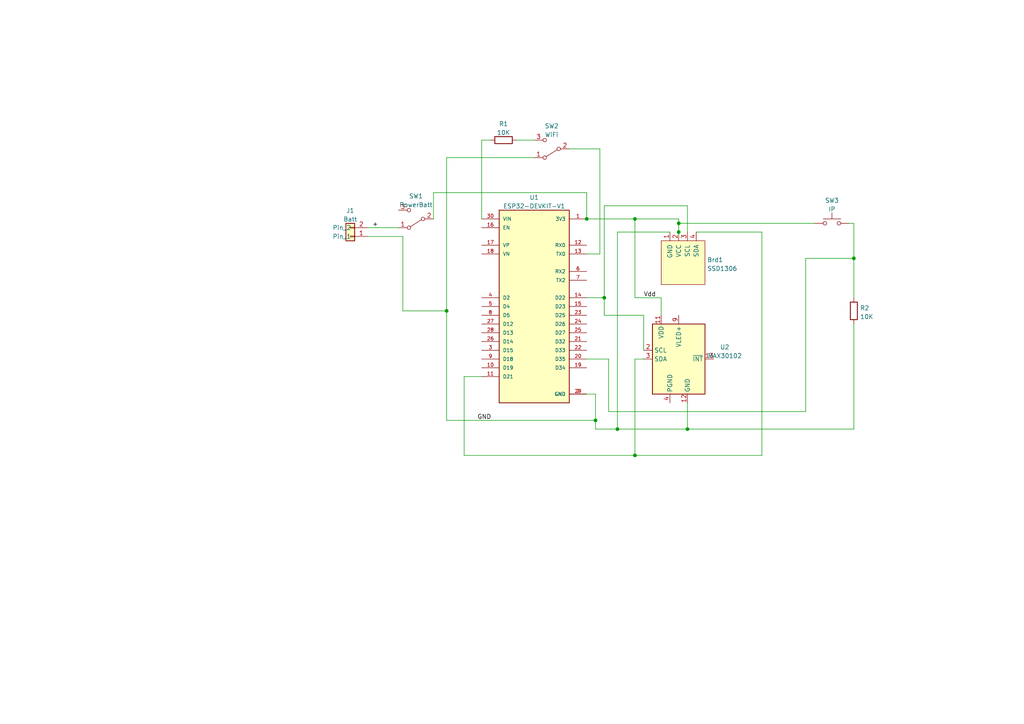
<source format=kicad_sch>
(kicad_sch (version 20211123) (generator eeschema)

  (uuid 0f4832f2-8719-4e9f-9b23-f36336f19aa8)

  (paper "A4")

  (lib_symbols
    (symbol "Connector_Generic:Conn_01x02" (pin_names (offset 1.016)) (in_bom yes) (on_board yes)
      (property "Reference" "J" (id 0) (at 0 2.54 0)
        (effects (font (size 1.27 1.27)))
      )
      (property "Value" "Conn_01x02" (id 1) (at 0 -5.08 0)
        (effects (font (size 1.27 1.27)))
      )
      (property "Footprint" "" (id 2) (at 0 0 0)
        (effects (font (size 1.27 1.27)) hide)
      )
      (property "Datasheet" "~" (id 3) (at 0 0 0)
        (effects (font (size 1.27 1.27)) hide)
      )
      (property "ki_keywords" "connector" (id 4) (at 0 0 0)
        (effects (font (size 1.27 1.27)) hide)
      )
      (property "ki_description" "Generic connector, single row, 01x02, script generated (kicad-library-utils/schlib/autogen/connector/)" (id 5) (at 0 0 0)
        (effects (font (size 1.27 1.27)) hide)
      )
      (property "ki_fp_filters" "Connector*:*_1x??_*" (id 6) (at 0 0 0)
        (effects (font (size 1.27 1.27)) hide)
      )
      (symbol "Conn_01x02_1_1"
        (rectangle (start -1.27 -2.413) (end 0 -2.667)
          (stroke (width 0.1524) (type default) (color 0 0 0 0))
          (fill (type none))
        )
        (rectangle (start -1.27 0.127) (end 0 -0.127)
          (stroke (width 0.1524) (type default) (color 0 0 0 0))
          (fill (type none))
        )
        (rectangle (start -1.27 1.27) (end 1.27 -3.81)
          (stroke (width 0.254) (type default) (color 0 0 0 0))
          (fill (type background))
        )
        (pin passive line (at -5.08 0 0) (length 3.81)
          (name "Pin_1" (effects (font (size 1.27 1.27))))
          (number "1" (effects (font (size 1.27 1.27))))
        )
        (pin passive line (at -5.08 -2.54 0) (length 3.81)
          (name "Pin_2" (effects (font (size 1.27 1.27))))
          (number "2" (effects (font (size 1.27 1.27))))
        )
      )
    )
    (symbol "Device:R" (pin_numbers hide) (pin_names (offset 0)) (in_bom yes) (on_board yes)
      (property "Reference" "R" (id 0) (at 2.032 0 90)
        (effects (font (size 1.27 1.27)))
      )
      (property "Value" "R" (id 1) (at 0 0 90)
        (effects (font (size 1.27 1.27)))
      )
      (property "Footprint" "" (id 2) (at -1.778 0 90)
        (effects (font (size 1.27 1.27)) hide)
      )
      (property "Datasheet" "~" (id 3) (at 0 0 0)
        (effects (font (size 1.27 1.27)) hide)
      )
      (property "ki_keywords" "R res resistor" (id 4) (at 0 0 0)
        (effects (font (size 1.27 1.27)) hide)
      )
      (property "ki_description" "Resistor" (id 5) (at 0 0 0)
        (effects (font (size 1.27 1.27)) hide)
      )
      (property "ki_fp_filters" "R_*" (id 6) (at 0 0 0)
        (effects (font (size 1.27 1.27)) hide)
      )
      (symbol "R_0_1"
        (rectangle (start -1.016 -2.54) (end 1.016 2.54)
          (stroke (width 0.254) (type default) (color 0 0 0 0))
          (fill (type none))
        )
      )
      (symbol "R_1_1"
        (pin passive line (at 0 3.81 270) (length 1.27)
          (name "~" (effects (font (size 1.27 1.27))))
          (number "1" (effects (font (size 1.27 1.27))))
        )
        (pin passive line (at 0 -3.81 90) (length 1.27)
          (name "~" (effects (font (size 1.27 1.27))))
          (number "2" (effects (font (size 1.27 1.27))))
        )
      )
    )
    (symbol "ESP32-DEVKIT-V1:ESP32-DEVKIT-V1" (pin_names (offset 1.016)) (in_bom yes) (on_board yes)
      (property "Reference" "U" (id 0) (at -10.16 30.48 0)
        (effects (font (size 1.27 1.27)) (justify left top))
      )
      (property "Value" "ESP32-DEVKIT-V1" (id 1) (at -10.16 -30.48 0)
        (effects (font (size 1.27 1.27)) (justify left bottom))
      )
      (property "Footprint" "MODULE_ESP32_DEVKIT_V1" (id 2) (at 0 0 0)
        (effects (font (size 1.27 1.27)) (justify bottom) hide)
      )
      (property "Datasheet" "" (id 3) (at 0 0 0)
        (effects (font (size 1.27 1.27)) hide)
      )
      (property "MANUFACTURER" "DOIT" (id 4) (at 0 0 0)
        (effects (font (size 1.27 1.27)) (justify bottom) hide)
      )
      (property "STANDARD" "Manufacturer Recommendations" (id 5) (at 0 0 0)
        (effects (font (size 1.27 1.27)) (justify bottom) hide)
      )
      (property "PARTREV" "N/A" (id 6) (at 0 0 0)
        (effects (font (size 1.27 1.27)) (justify bottom) hide)
      )
      (property "MAXIMUM_PACKAGE_HEIGHT" "6.8 mm" (id 7) (at 0 0 0)
        (effects (font (size 1.27 1.27)) (justify bottom) hide)
      )
      (symbol "ESP32-DEVKIT-V1_0_0"
        (rectangle (start -10.16 -27.94) (end 10.16 27.94)
          (stroke (width 0.254) (type default) (color 0 0 0 0))
          (fill (type background))
        )
        (pin output line (at 15.24 25.4 180) (length 5.08)
          (name "3V3" (effects (font (size 1.016 1.016))))
          (number "1" (effects (font (size 1.016 1.016))))
        )
        (pin bidirectional line (at -15.24 -17.78 0) (length 5.08)
          (name "D19" (effects (font (size 1.016 1.016))))
          (number "10" (effects (font (size 1.016 1.016))))
        )
        (pin bidirectional line (at -15.24 -20.32 0) (length 5.08)
          (name "D21" (effects (font (size 1.016 1.016))))
          (number "11" (effects (font (size 1.016 1.016))))
        )
        (pin input line (at 15.24 17.78 180) (length 5.08)
          (name "RX0" (effects (font (size 1.016 1.016))))
          (number "12" (effects (font (size 1.016 1.016))))
        )
        (pin output line (at 15.24 15.24 180) (length 5.08)
          (name "TX0" (effects (font (size 1.016 1.016))))
          (number "13" (effects (font (size 1.016 1.016))))
        )
        (pin bidirectional line (at 15.24 2.54 180) (length 5.08)
          (name "D22" (effects (font (size 1.016 1.016))))
          (number "14" (effects (font (size 1.016 1.016))))
        )
        (pin bidirectional line (at 15.24 0 180) (length 5.08)
          (name "D23" (effects (font (size 1.016 1.016))))
          (number "15" (effects (font (size 1.016 1.016))))
        )
        (pin input line (at -15.24 22.86 0) (length 5.08)
          (name "EN" (effects (font (size 1.016 1.016))))
          (number "16" (effects (font (size 1.016 1.016))))
        )
        (pin bidirectional line (at -15.24 17.78 0) (length 5.08)
          (name "VP" (effects (font (size 1.016 1.016))))
          (number "17" (effects (font (size 1.016 1.016))))
        )
        (pin bidirectional line (at -15.24 15.24 0) (length 5.08)
          (name "VN" (effects (font (size 1.016 1.016))))
          (number "18" (effects (font (size 1.016 1.016))))
        )
        (pin bidirectional line (at 15.24 -17.78 180) (length 5.08)
          (name "D34" (effects (font (size 1.016 1.016))))
          (number "19" (effects (font (size 1.016 1.016))))
        )
        (pin power_in line (at 15.24 -25.4 180) (length 5.08)
          (name "GND" (effects (font (size 1.016 1.016))))
          (number "2" (effects (font (size 1.016 1.016))))
        )
        (pin bidirectional line (at 15.24 -15.24 180) (length 5.08)
          (name "D35" (effects (font (size 1.016 1.016))))
          (number "20" (effects (font (size 1.016 1.016))))
        )
        (pin bidirectional line (at 15.24 -10.16 180) (length 5.08)
          (name "D32" (effects (font (size 1.016 1.016))))
          (number "21" (effects (font (size 1.016 1.016))))
        )
        (pin bidirectional line (at 15.24 -12.7 180) (length 5.08)
          (name "D33" (effects (font (size 1.016 1.016))))
          (number "22" (effects (font (size 1.016 1.016))))
        )
        (pin bidirectional line (at 15.24 -2.54 180) (length 5.08)
          (name "D25" (effects (font (size 1.016 1.016))))
          (number "23" (effects (font (size 1.016 1.016))))
        )
        (pin bidirectional line (at 15.24 -5.08 180) (length 5.08)
          (name "D26" (effects (font (size 1.016 1.016))))
          (number "24" (effects (font (size 1.016 1.016))))
        )
        (pin bidirectional line (at 15.24 -7.62 180) (length 5.08)
          (name "D27" (effects (font (size 1.016 1.016))))
          (number "25" (effects (font (size 1.016 1.016))))
        )
        (pin bidirectional line (at -15.24 -10.16 0) (length 5.08)
          (name "D14" (effects (font (size 1.016 1.016))))
          (number "26" (effects (font (size 1.016 1.016))))
        )
        (pin bidirectional line (at -15.24 -5.08 0) (length 5.08)
          (name "D12" (effects (font (size 1.016 1.016))))
          (number "27" (effects (font (size 1.016 1.016))))
        )
        (pin bidirectional line (at -15.24 -7.62 0) (length 5.08)
          (name "D13" (effects (font (size 1.016 1.016))))
          (number "28" (effects (font (size 1.016 1.016))))
        )
        (pin power_in line (at 15.24 -25.4 180) (length 5.08)
          (name "GND" (effects (font (size 1.016 1.016))))
          (number "29" (effects (font (size 1.016 1.016))))
        )
        (pin bidirectional line (at -15.24 -12.7 0) (length 5.08)
          (name "D15" (effects (font (size 1.016 1.016))))
          (number "3" (effects (font (size 1.016 1.016))))
        )
        (pin input line (at -15.24 25.4 0) (length 5.08)
          (name "VIN" (effects (font (size 1.016 1.016))))
          (number "30" (effects (font (size 1.016 1.016))))
        )
        (pin bidirectional line (at -15.24 2.54 0) (length 5.08)
          (name "D2" (effects (font (size 1.016 1.016))))
          (number "4" (effects (font (size 1.016 1.016))))
        )
        (pin bidirectional line (at -15.24 0 0) (length 5.08)
          (name "D4" (effects (font (size 1.016 1.016))))
          (number "5" (effects (font (size 1.016 1.016))))
        )
        (pin input line (at 15.24 10.16 180) (length 5.08)
          (name "RX2" (effects (font (size 1.016 1.016))))
          (number "6" (effects (font (size 1.016 1.016))))
        )
        (pin output line (at 15.24 7.62 180) (length 5.08)
          (name "TX2" (effects (font (size 1.016 1.016))))
          (number "7" (effects (font (size 1.016 1.016))))
        )
        (pin bidirectional line (at -15.24 -2.54 0) (length 5.08)
          (name "D5" (effects (font (size 1.016 1.016))))
          (number "8" (effects (font (size 1.016 1.016))))
        )
        (pin bidirectional line (at -15.24 -15.24 0) (length 5.08)
          (name "D18" (effects (font (size 1.016 1.016))))
          (number "9" (effects (font (size 1.016 1.016))))
        )
      )
    )
    (symbol "Proyectos:SSD1306" (pin_names (offset 1.016)) (in_bom yes) (on_board yes)
      (property "Reference" "Brd" (id 0) (at 0 -3.81 0)
        (effects (font (size 1.27 1.27)))
      )
      (property "Value" "SSD1306" (id 1) (at 0 -1.27 0)
        (effects (font (size 1.27 1.27)))
      )
      (property "Footprint" "" (id 2) (at 0 6.35 0)
        (effects (font (size 1.27 1.27)) hide)
      )
      (property "Datasheet" "" (id 3) (at 0 6.35 0)
        (effects (font (size 1.27 1.27)) hide)
      )
      (property "ki_fp_filters" "SSD1306-128x64_OLED:SSD1306" (id 4) (at 0 0 0)
        (effects (font (size 1.27 1.27)) hide)
      )
      (symbol "SSD1306_0_1"
        (rectangle (start -6.35 6.35) (end 6.35 -6.35)
          (stroke (width 0) (type default) (color 0 0 0 0))
          (fill (type background))
        )
      )
      (symbol "SSD1306_1_1"
        (pin input line (at -3.81 8.89 270) (length 2.54)
          (name "GND" (effects (font (size 1.27 1.27))))
          (number "1" (effects (font (size 1.27 1.27))))
        )
        (pin input line (at -1.27 8.89 270) (length 2.54)
          (name "VCC" (effects (font (size 1.27 1.27))))
          (number "2" (effects (font (size 1.27 1.27))))
        )
        (pin input line (at 1.27 8.89 270) (length 2.54)
          (name "SCL" (effects (font (size 1.27 1.27))))
          (number "3" (effects (font (size 1.27 1.27))))
        )
        (pin input line (at 3.81 8.89 270) (length 2.54)
          (name "SDA" (effects (font (size 1.27 1.27))))
          (number "4" (effects (font (size 1.27 1.27))))
        )
      )
    )
    (symbol "Sensor:MAX30102" (in_bom yes) (on_board yes)
      (property "Reference" "U" (id 0) (at 7.62 15.24 0)
        (effects (font (size 1.27 1.27)))
      )
      (property "Value" "MAX30102" (id 1) (at 7.62 12.7 0)
        (effects (font (size 1.27 1.27)))
      )
      (property "Footprint" "OptoDevice:Maxim_OLGA-14_3.3x5.6mm_P0.8mm" (id 2) (at 0 -2.54 0)
        (effects (font (size 1.27 1.27)) hide)
      )
      (property "Datasheet" "https://datasheets.maximintegrated.com/en/ds/MAX30102.pdf" (id 3) (at 0 0 0)
        (effects (font (size 1.27 1.27)) hide)
      )
      (property "ki_keywords" "Heart Rate" (id 4) (at 0 0 0)
        (effects (font (size 1.27 1.27)) hide)
      )
      (property "ki_description" "Heart Rate Sensor, 14-OLGA" (id 5) (at 0 0 0)
        (effects (font (size 1.27 1.27)) hide)
      )
      (property "ki_fp_filters" "Maxim*OLGA*3.3x5.6mm*P0.8mm*" (id 6) (at 0 0 0)
        (effects (font (size 1.27 1.27)) hide)
      )
      (symbol "MAX30102_0_1"
        (rectangle (start -7.62 10.16) (end 7.62 -10.16)
          (stroke (width 0.254) (type default) (color 0 0 0 0))
          (fill (type background))
        )
      )
      (symbol "MAX30102_1_1"
        (pin no_connect line (at -7.62 5.08 0) (length 2.54) hide
          (name "NC" (effects (font (size 1.27 1.27))))
          (number "1" (effects (font (size 1.27 1.27))))
        )
        (pin passive line (at 0 12.7 270) (length 2.54) hide
          (name "VLED+" (effects (font (size 1.27 1.27))))
          (number "10" (effects (font (size 1.27 1.27))))
        )
        (pin power_in line (at -5.08 12.7 270) (length 2.54)
          (name "VDD" (effects (font (size 1.27 1.27))))
          (number "11" (effects (font (size 1.27 1.27))))
        )
        (pin power_in line (at 2.54 -12.7 90) (length 2.54)
          (name "GND" (effects (font (size 1.27 1.27))))
          (number "12" (effects (font (size 1.27 1.27))))
        )
        (pin output line (at 10.16 0 180) (length 2.54)
          (name "~{INT}" (effects (font (size 1.27 1.27))))
          (number "13" (effects (font (size 1.27 1.27))))
        )
        (pin no_connect line (at 7.62 2.54 180) (length 2.54) hide
          (name "NC" (effects (font (size 1.27 1.27))))
          (number "14" (effects (font (size 1.27 1.27))))
        )
        (pin input line (at -10.16 2.54 0) (length 2.54)
          (name "SCL" (effects (font (size 1.27 1.27))))
          (number "2" (effects (font (size 1.27 1.27))))
        )
        (pin bidirectional line (at -10.16 0 0) (length 2.54)
          (name "SDA" (effects (font (size 1.27 1.27))))
          (number "3" (effects (font (size 1.27 1.27))))
        )
        (pin power_in line (at -2.54 -12.7 90) (length 2.54)
          (name "PGND" (effects (font (size 1.27 1.27))))
          (number "4" (effects (font (size 1.27 1.27))))
        )
        (pin no_connect line (at 7.62 -7.62 180) (length 2.54) hide
          (name "NC" (effects (font (size 1.27 1.27))))
          (number "5" (effects (font (size 1.27 1.27))))
        )
        (pin no_connect line (at 7.62 -5.08 180) (length 2.54) hide
          (name "NC" (effects (font (size 1.27 1.27))))
          (number "6" (effects (font (size 1.27 1.27))))
        )
        (pin no_connect line (at -7.62 -2.54 0) (length 2.54) hide
          (name "NC" (effects (font (size 1.27 1.27))))
          (number "7" (effects (font (size 1.27 1.27))))
        )
        (pin no_connect line (at 7.62 5.08 180) (length 2.54) hide
          (name "NC" (effects (font (size 1.27 1.27))))
          (number "8" (effects (font (size 1.27 1.27))))
        )
        (pin power_in line (at 0 12.7 270) (length 2.54)
          (name "VLED+" (effects (font (size 1.27 1.27))))
          (number "9" (effects (font (size 1.27 1.27))))
        )
      )
    )
    (symbol "Switch:SW_Push" (pin_numbers hide) (pin_names (offset 1.016) hide) (in_bom yes) (on_board yes)
      (property "Reference" "SW" (id 0) (at 1.27 2.54 0)
        (effects (font (size 1.27 1.27)) (justify left))
      )
      (property "Value" "SW_Push" (id 1) (at 0 -1.524 0)
        (effects (font (size 1.27 1.27)))
      )
      (property "Footprint" "" (id 2) (at 0 5.08 0)
        (effects (font (size 1.27 1.27)) hide)
      )
      (property "Datasheet" "~" (id 3) (at 0 5.08 0)
        (effects (font (size 1.27 1.27)) hide)
      )
      (property "ki_keywords" "switch normally-open pushbutton push-button" (id 4) (at 0 0 0)
        (effects (font (size 1.27 1.27)) hide)
      )
      (property "ki_description" "Push button switch, generic, two pins" (id 5) (at 0 0 0)
        (effects (font (size 1.27 1.27)) hide)
      )
      (symbol "SW_Push_0_1"
        (circle (center -2.032 0) (radius 0.508)
          (stroke (width 0) (type default) (color 0 0 0 0))
          (fill (type none))
        )
        (polyline
          (pts
            (xy 0 1.27)
            (xy 0 3.048)
          )
          (stroke (width 0) (type default) (color 0 0 0 0))
          (fill (type none))
        )
        (polyline
          (pts
            (xy 2.54 1.27)
            (xy -2.54 1.27)
          )
          (stroke (width 0) (type default) (color 0 0 0 0))
          (fill (type none))
        )
        (circle (center 2.032 0) (radius 0.508)
          (stroke (width 0) (type default) (color 0 0 0 0))
          (fill (type none))
        )
        (pin passive line (at -5.08 0 0) (length 2.54)
          (name "1" (effects (font (size 1.27 1.27))))
          (number "1" (effects (font (size 1.27 1.27))))
        )
        (pin passive line (at 5.08 0 180) (length 2.54)
          (name "2" (effects (font (size 1.27 1.27))))
          (number "2" (effects (font (size 1.27 1.27))))
        )
      )
    )
    (symbol "Switch:SW_SPDT" (pin_names (offset 0) hide) (in_bom yes) (on_board yes)
      (property "Reference" "SW" (id 0) (at 0 4.318 0)
        (effects (font (size 1.27 1.27)))
      )
      (property "Value" "SW_SPDT" (id 1) (at 0 -5.08 0)
        (effects (font (size 1.27 1.27)))
      )
      (property "Footprint" "" (id 2) (at 0 0 0)
        (effects (font (size 1.27 1.27)) hide)
      )
      (property "Datasheet" "~" (id 3) (at 0 0 0)
        (effects (font (size 1.27 1.27)) hide)
      )
      (property "ki_keywords" "switch single-pole double-throw spdt ON-ON" (id 4) (at 0 0 0)
        (effects (font (size 1.27 1.27)) hide)
      )
      (property "ki_description" "Switch, single pole double throw" (id 5) (at 0 0 0)
        (effects (font (size 1.27 1.27)) hide)
      )
      (symbol "SW_SPDT_0_0"
        (circle (center -2.032 0) (radius 0.508)
          (stroke (width 0) (type default) (color 0 0 0 0))
          (fill (type none))
        )
        (circle (center 2.032 -2.54) (radius 0.508)
          (stroke (width 0) (type default) (color 0 0 0 0))
          (fill (type none))
        )
      )
      (symbol "SW_SPDT_0_1"
        (polyline
          (pts
            (xy -1.524 0.254)
            (xy 1.651 2.286)
          )
          (stroke (width 0) (type default) (color 0 0 0 0))
          (fill (type none))
        )
        (circle (center 2.032 2.54) (radius 0.508)
          (stroke (width 0) (type default) (color 0 0 0 0))
          (fill (type none))
        )
      )
      (symbol "SW_SPDT_1_1"
        (pin passive line (at 5.08 2.54 180) (length 2.54)
          (name "A" (effects (font (size 1.27 1.27))))
          (number "1" (effects (font (size 1.27 1.27))))
        )
        (pin passive line (at -5.08 0 0) (length 2.54)
          (name "B" (effects (font (size 1.27 1.27))))
          (number "2" (effects (font (size 1.27 1.27))))
        )
        (pin passive line (at 5.08 -2.54 180) (length 2.54)
          (name "C" (effects (font (size 1.27 1.27))))
          (number "3" (effects (font (size 1.27 1.27))))
        )
      )
    )
  )

  (junction (at 196.85 64.77) (diameter 0) (color 0 0 0 0)
    (uuid 0ae1e063-97d7-47db-bb4e-5ebc859176f2)
  )
  (junction (at 184.15 132.08) (diameter 0) (color 0 0 0 0)
    (uuid 32665654-870b-4ed4-8b65-a517414e57e9)
  )
  (junction (at 179.07 124.46) (diameter 0) (color 0 0 0 0)
    (uuid 3704cf14-4dd9-4e91-9eee-0ba0eeb8fe34)
  )
  (junction (at 175.26 86.36) (diameter 0) (color 0 0 0 0)
    (uuid 54cf42c7-b0f6-479b-854c-a9eb6d52e891)
  )
  (junction (at 184.15 63.5) (diameter 0) (color 0 0 0 0)
    (uuid 61f7f58f-39cf-40de-9f1c-593b2e9d5d97)
  )
  (junction (at 170.18 63.5) (diameter 0) (color 0 0 0 0)
    (uuid 8204a5fb-5a0b-4cc9-a0a5-96a1ec0bb199)
  )
  (junction (at 247.65 74.93) (diameter 0) (color 0 0 0 0)
    (uuid 9446d787-67a6-4dd2-9a66-7ea23d53d83f)
  )
  (junction (at 196.85 67.31) (diameter 0) (color 0 0 0 0)
    (uuid b7575429-5d48-4ae5-8890-c785bd8a98cf)
  )
  (junction (at 199.39 124.46) (diameter 0) (color 0 0 0 0)
    (uuid c73f227d-a8fa-4c04-954e-a42fafb7f2cc)
  )
  (junction (at 129.54 90.17) (diameter 0) (color 0 0 0 0)
    (uuid e24b59ec-0d65-4b2e-9f48-888257e32efd)
  )
  (junction (at 172.72 121.92) (diameter 0) (color 0 0 0 0)
    (uuid f26be713-0232-4d83-9708-9b7f7bdfff66)
  )

  (wire (pts (xy 175.26 59.69) (xy 175.26 86.36))
    (stroke (width 0) (type default) (color 0 0 0 0))
    (uuid 0362cc22-855b-4926-b48a-c347fef8e15f)
  )
  (wire (pts (xy 142.24 40.64) (xy 139.7 40.64))
    (stroke (width 0) (type default) (color 0 0 0 0))
    (uuid 062ebee7-e09a-4007-af95-a961aa4716df)
  )
  (wire (pts (xy 129.54 90.17) (xy 129.54 121.92))
    (stroke (width 0) (type default) (color 0 0 0 0))
    (uuid 0971145d-b91f-48e4-a5e6-f07e63cab7b1)
  )
  (wire (pts (xy 129.54 45.72) (xy 129.54 90.17))
    (stroke (width 0) (type default) (color 0 0 0 0))
    (uuid 0a29ed4c-faa1-45e1-ae6a-3ccf1a0253d5)
  )
  (wire (pts (xy 176.53 119.38) (xy 233.68 119.38))
    (stroke (width 0) (type default) (color 0 0 0 0))
    (uuid 0dccc2b7-4ee4-4084-8d5e-cf2076c6afa3)
  )
  (wire (pts (xy 173.99 73.66) (xy 173.99 43.18))
    (stroke (width 0) (type default) (color 0 0 0 0))
    (uuid 0de77f4f-2d20-49df-9d74-d7cdd5eaa992)
  )
  (wire (pts (xy 179.07 67.31) (xy 179.07 124.46))
    (stroke (width 0) (type default) (color 0 0 0 0))
    (uuid 0fbe0596-7156-41f7-a886-21ec3cbcc6b3)
  )
  (wire (pts (xy 125.73 55.88) (xy 170.18 55.88))
    (stroke (width 0) (type default) (color 0 0 0 0))
    (uuid 10830637-3efc-4fa5-bb4e-9fc8c30a4d91)
  )
  (wire (pts (xy 196.85 64.77) (xy 196.85 67.31))
    (stroke (width 0) (type default) (color 0 0 0 0))
    (uuid 1382ee45-fd13-467d-8edf-3a19d14ae02f)
  )
  (wire (pts (xy 172.72 114.3) (xy 170.18 114.3))
    (stroke (width 0) (type default) (color 0 0 0 0))
    (uuid 1857caa8-370a-42ac-b896-d31038325a17)
  )
  (wire (pts (xy 191.77 86.36) (xy 184.15 86.36))
    (stroke (width 0) (type default) (color 0 0 0 0))
    (uuid 1ef58662-8dcc-40a1-b98a-92b1f695f380)
  )
  (wire (pts (xy 184.15 63.5) (xy 196.85 63.5))
    (stroke (width 0) (type default) (color 0 0 0 0))
    (uuid 23156922-43fc-48ef-bff5-00f8f3280542)
  )
  (wire (pts (xy 154.94 45.72) (xy 129.54 45.72))
    (stroke (width 0) (type default) (color 0 0 0 0))
    (uuid 26dda8e9-f841-4c72-b3ae-4390e60789dd)
  )
  (wire (pts (xy 199.39 67.31) (xy 199.39 59.69))
    (stroke (width 0) (type default) (color 0 0 0 0))
    (uuid 3326e2bb-50f5-478d-8b88-2fe19dfd2926)
  )
  (wire (pts (xy 184.15 86.36) (xy 184.15 63.5))
    (stroke (width 0) (type default) (color 0 0 0 0))
    (uuid 377896ef-0b8c-477e-9532-fca918f6da1d)
  )
  (wire (pts (xy 170.18 55.88) (xy 170.18 63.5))
    (stroke (width 0) (type default) (color 0 0 0 0))
    (uuid 3da55a27-86d4-48e9-b345-c7d7b4b6e39a)
  )
  (wire (pts (xy 170.18 86.36) (xy 175.26 86.36))
    (stroke (width 0) (type default) (color 0 0 0 0))
    (uuid 410363b6-37b6-465a-ab98-780659cddbb1)
  )
  (wire (pts (xy 179.07 124.46) (xy 172.72 124.46))
    (stroke (width 0) (type default) (color 0 0 0 0))
    (uuid 41b939ce-5f51-490c-831e-b85cf5279d9d)
  )
  (wire (pts (xy 134.62 109.22) (xy 139.7 109.22))
    (stroke (width 0) (type default) (color 0 0 0 0))
    (uuid 4458850d-8f5c-4ded-a202-b5e8622e3fb2)
  )
  (wire (pts (xy 191.77 91.44) (xy 191.77 86.36))
    (stroke (width 0) (type default) (color 0 0 0 0))
    (uuid 50429044-f687-4f39-ad7e-5af66bdcb39f)
  )
  (wire (pts (xy 186.69 104.14) (xy 184.15 104.14))
    (stroke (width 0) (type default) (color 0 0 0 0))
    (uuid 5138d784-7d47-4de0-8391-a3c3faf8c325)
  )
  (wire (pts (xy 129.54 121.92) (xy 172.72 121.92))
    (stroke (width 0) (type default) (color 0 0 0 0))
    (uuid 56036318-1554-4fee-9cfa-91bc3d24c3f7)
  )
  (wire (pts (xy 247.65 64.77) (xy 247.65 74.93))
    (stroke (width 0) (type default) (color 0 0 0 0))
    (uuid 575ff876-1048-4a9b-a953-b0ad9fcbcf20)
  )
  (wire (pts (xy 184.15 104.14) (xy 184.15 132.08))
    (stroke (width 0) (type default) (color 0 0 0 0))
    (uuid 5c6b83b8-967f-4fe6-917f-bd206d7b08f7)
  )
  (wire (pts (xy 175.26 91.44) (xy 175.26 86.36))
    (stroke (width 0) (type default) (color 0 0 0 0))
    (uuid 652ca17a-7e49-4e97-92e8-9153121ccb28)
  )
  (wire (pts (xy 233.68 119.38) (xy 233.68 74.93))
    (stroke (width 0) (type default) (color 0 0 0 0))
    (uuid 7149a151-4ef0-4459-92e9-a08849f97ada)
  )
  (wire (pts (xy 139.7 40.64) (xy 139.7 63.5))
    (stroke (width 0) (type default) (color 0 0 0 0))
    (uuid 71ddfb49-f1b0-4f16-81af-3cceba3dad86)
  )
  (wire (pts (xy 247.65 124.46) (xy 199.39 124.46))
    (stroke (width 0) (type default) (color 0 0 0 0))
    (uuid 7790b3c3-079d-4f32-a5fa-4500e0adaa4e)
  )
  (wire (pts (xy 170.18 63.5) (xy 184.15 63.5))
    (stroke (width 0) (type default) (color 0 0 0 0))
    (uuid 7bb9a655-d0db-43cf-94f6-edffc591f038)
  )
  (wire (pts (xy 199.39 116.84) (xy 199.39 124.46))
    (stroke (width 0) (type default) (color 0 0 0 0))
    (uuid 7ead49be-ecef-460c-817f-96f517db3a52)
  )
  (wire (pts (xy 196.85 67.31) (xy 196.85 68.58))
    (stroke (width 0) (type default) (color 0 0 0 0))
    (uuid 80050f9d-857c-4ed3-9d00-d1f457b5ac15)
  )
  (wire (pts (xy 194.31 67.31) (xy 179.07 67.31))
    (stroke (width 0) (type default) (color 0 0 0 0))
    (uuid 830354ff-614c-4179-bc5c-0b0236b190c8)
  )
  (wire (pts (xy 134.62 132.08) (xy 184.15 132.08))
    (stroke (width 0) (type default) (color 0 0 0 0))
    (uuid 854a6e33-6a32-4090-873c-ed14533ac29f)
  )
  (wire (pts (xy 172.72 121.92) (xy 172.72 114.3))
    (stroke (width 0) (type default) (color 0 0 0 0))
    (uuid 856203f3-a99b-4b53-a18e-ced1544e03ee)
  )
  (wire (pts (xy 246.38 64.77) (xy 247.65 64.77))
    (stroke (width 0) (type default) (color 0 0 0 0))
    (uuid 8714c472-c6d3-48aa-b13c-3e5d57121ce6)
  )
  (wire (pts (xy 199.39 59.69) (xy 175.26 59.69))
    (stroke (width 0) (type default) (color 0 0 0 0))
    (uuid 8b45f83c-2cec-4ee1-bf44-9a26f564342b)
  )
  (wire (pts (xy 196.85 63.5) (xy 196.85 64.77))
    (stroke (width 0) (type default) (color 0 0 0 0))
    (uuid 908960e7-934b-4cde-86af-55eeaea25a49)
  )
  (wire (pts (xy 247.65 93.98) (xy 247.65 124.46))
    (stroke (width 0) (type default) (color 0 0 0 0))
    (uuid 9dbea47a-19b8-4e9b-8712-a7d5b97140d3)
  )
  (wire (pts (xy 134.62 132.08) (xy 134.62 109.22))
    (stroke (width 0) (type default) (color 0 0 0 0))
    (uuid a53607cd-95f6-4165-af39-1ad776708d66)
  )
  (wire (pts (xy 106.68 66.04) (xy 115.57 66.04))
    (stroke (width 0) (type default) (color 0 0 0 0))
    (uuid a79113d3-ddd2-4bea-a752-765c2bc16977)
  )
  (wire (pts (xy 106.68 68.58) (xy 116.84 68.58))
    (stroke (width 0) (type default) (color 0 0 0 0))
    (uuid aad2e4e6-6833-4608-9922-6c6e3615a023)
  )
  (wire (pts (xy 172.72 124.46) (xy 172.72 121.92))
    (stroke (width 0) (type default) (color 0 0 0 0))
    (uuid ae6baf1f-8a2c-4f65-add1-1dbef162499f)
  )
  (wire (pts (xy 247.65 74.93) (xy 247.65 86.36))
    (stroke (width 0) (type default) (color 0 0 0 0))
    (uuid b279fa79-634d-4418-bd67-77e4c43724ea)
  )
  (wire (pts (xy 233.68 74.93) (xy 247.65 74.93))
    (stroke (width 0) (type default) (color 0 0 0 0))
    (uuid bc815205-8def-4233-801a-e4ddf3181290)
  )
  (wire (pts (xy 236.22 64.77) (xy 196.85 64.77))
    (stroke (width 0) (type default) (color 0 0 0 0))
    (uuid bf376388-b7b0-4bcf-a99f-ff194add4d55)
  )
  (wire (pts (xy 170.18 104.14) (xy 176.53 104.14))
    (stroke (width 0) (type default) (color 0 0 0 0))
    (uuid c506e135-a824-4ac9-b58c-61b017179bdd)
  )
  (wire (pts (xy 186.69 91.44) (xy 175.26 91.44))
    (stroke (width 0) (type default) (color 0 0 0 0))
    (uuid c824f162-ce6c-417b-b57e-c85c6e359975)
  )
  (wire (pts (xy 149.86 40.64) (xy 154.94 40.64))
    (stroke (width 0) (type default) (color 0 0 0 0))
    (uuid cca7e49e-aeb1-4bd5-b0cf-a4cbfc60d69f)
  )
  (wire (pts (xy 173.99 43.18) (xy 165.1 43.18))
    (stroke (width 0) (type default) (color 0 0 0 0))
    (uuid d01697cb-d6d5-48f6-a083-9edecd9bfe76)
  )
  (wire (pts (xy 199.39 124.46) (xy 179.07 124.46))
    (stroke (width 0) (type default) (color 0 0 0 0))
    (uuid d2942a29-02a4-4e6e-aa12-d5755e690a88)
  )
  (wire (pts (xy 173.99 73.66) (xy 170.18 73.66))
    (stroke (width 0) (type default) (color 0 0 0 0))
    (uuid d59b3926-1b13-4800-ba4f-65a97c853b30)
  )
  (wire (pts (xy 220.98 67.31) (xy 220.98 132.08))
    (stroke (width 0) (type default) (color 0 0 0 0))
    (uuid d8269b1e-bb93-4738-9201-79a085eea559)
  )
  (wire (pts (xy 186.69 101.6) (xy 186.69 91.44))
    (stroke (width 0) (type default) (color 0 0 0 0))
    (uuid d9e79058-a8a1-4978-b559-ca9cde7c5d77)
  )
  (wire (pts (xy 125.73 63.5) (xy 125.73 55.88))
    (stroke (width 0) (type default) (color 0 0 0 0))
    (uuid db061b48-3a49-41a6-a042-a46a5aa8ce0a)
  )
  (wire (pts (xy 116.84 68.58) (xy 116.84 90.17))
    (stroke (width 0) (type default) (color 0 0 0 0))
    (uuid ec25f67d-28bd-44de-a6f8-103713566f0c)
  )
  (wire (pts (xy 116.84 90.17) (xy 129.54 90.17))
    (stroke (width 0) (type default) (color 0 0 0 0))
    (uuid ecae3402-2331-4094-8097-eae77abb1f0c)
  )
  (wire (pts (xy 184.15 132.08) (xy 220.98 132.08))
    (stroke (width 0) (type default) (color 0 0 0 0))
    (uuid f4f2f815-bbe7-42ef-b495-c61b85c0f74c)
  )
  (wire (pts (xy 176.53 104.14) (xy 176.53 119.38))
    (stroke (width 0) (type default) (color 0 0 0 0))
    (uuid f7963887-655a-4b3c-944c-591fd5309562)
  )
  (wire (pts (xy 201.93 67.31) (xy 220.98 67.31))
    (stroke (width 0) (type default) (color 0 0 0 0))
    (uuid fceec368-8e9c-422a-9082-4b264113b974)
  )

  (label "Vdd" (at 186.69 86.36 0)
    (effects (font (size 1.27 1.27)) (justify left bottom))
    (uuid 071de88c-3ec2-4a07-b9a7-9859b6dfe7a6)
  )
  (label "GND" (at 138.43 121.92 0)
    (effects (font (size 1.27 1.27)) (justify left bottom))
    (uuid 8ad16844-5c64-400d-afb1-5e70292f7fee)
  )
  (label "+" (at 107.95 66.04 0)
    (effects (font (size 1.27 1.27)) (justify left bottom))
    (uuid eff1a8f4-fe10-4274-b2a3-7a4db18a2645)
  )

  (symbol (lib_id "Proyectos:SSD1306") (at 198.12 76.2 0) (unit 1)
    (in_bom yes) (on_board yes) (fields_autoplaced)
    (uuid 1ff91319-56e2-4a65-bf22-64b1988547b7)
    (property "Reference" "Brd1" (id 0) (at 205.105 75.3653 0)
      (effects (font (size 1.27 1.27)) (justify left))
    )
    (property "Value" "SSD1306" (id 1) (at 205.105 77.9022 0)
      (effects (font (size 1.27 1.27)) (justify left))
    )
    (property "Footprint" "SSD1306:128x64OLED" (id 2) (at 198.12 69.85 0)
      (effects (font (size 1.27 1.27)) hide)
    )
    (property "Datasheet" "" (id 3) (at 198.12 69.85 0)
      (effects (font (size 1.27 1.27)) hide)
    )
    (pin "1" (uuid 3d7bd128-dd3a-4008-ba96-373d3daa827f))
    (pin "2" (uuid fcb40ce0-33f6-4dbb-8059-241dc59cb993))
    (pin "3" (uuid cc1d3a82-3c31-4978-8714-8e53cb170822))
    (pin "4" (uuid 72db23d7-b0a7-4ec2-a559-72954ffd8609))
  )

  (symbol (lib_id "Switch:SW_SPDT") (at 160.02 43.18 180) (unit 1)
    (in_bom yes) (on_board yes) (fields_autoplaced)
    (uuid 3e0577d5-f10c-4ec1-be4e-cbbe4ec8dda3)
    (property "Reference" "SW2" (id 0) (at 160.02 36.5592 0))
    (property "Value" "WiFi" (id 1) (at 160.02 39.0961 0))
    (property "Footprint" "Connector_Wire:SolderWire-0.25sqmm_1x03_P4.2mm_D0.65mm_OD1.7mm" (id 2) (at 160.02 43.18 0)
      (effects (font (size 1.27 1.27)) hide)
    )
    (property "Datasheet" "~" (id 3) (at 160.02 43.18 0)
      (effects (font (size 1.27 1.27)) hide)
    )
    (pin "1" (uuid 0c1b1b4d-78a4-47f8-9933-dbfc38d82b41))
    (pin "2" (uuid 93e8dd46-7280-4976-b2ec-ed14bac722e3))
    (pin "3" (uuid b4561c33-5ec5-4d4d-9d92-3d69aeb7f6c4))
  )

  (symbol (lib_id "ESP32-DEVKIT-V1:ESP32-DEVKIT-V1") (at 154.94 88.9 0) (unit 1)
    (in_bom yes) (on_board yes) (fields_autoplaced)
    (uuid 99e9cbb6-0638-4f95-b9c7-63ebb160a8e8)
    (property "Reference" "U1" (id 0) (at 154.94 57.2602 0))
    (property "Value" "ESP32-DEVKIT-V1" (id 1) (at 154.94 59.7971 0))
    (property "Footprint" "ESP32:MODULE_ESP32_DEVKIT_V1" (id 2) (at 154.94 88.9 0)
      (effects (font (size 1.27 1.27)) (justify bottom) hide)
    )
    (property "Datasheet" "" (id 3) (at 154.94 88.9 0)
      (effects (font (size 1.27 1.27)) hide)
    )
    (property "MANUFACTURER" "DOIT" (id 4) (at 154.94 88.9 0)
      (effects (font (size 1.27 1.27)) (justify bottom) hide)
    )
    (property "STANDARD" "Manufacturer Recommendations" (id 5) (at 154.94 88.9 0)
      (effects (font (size 1.27 1.27)) (justify bottom) hide)
    )
    (property "PARTREV" "N/A" (id 6) (at 154.94 88.9 0)
      (effects (font (size 1.27 1.27)) (justify bottom) hide)
    )
    (property "MAXIMUM_PACKAGE_HEIGHT" "6.8 mm" (id 7) (at 154.94 88.9 0)
      (effects (font (size 1.27 1.27)) (justify bottom) hide)
    )
    (pin "1" (uuid d86b8ee7-2b63-420c-80a6-93a503e65a99))
    (pin "10" (uuid e618352a-6384-4d69-a92f-2dc8cbaefa48))
    (pin "11" (uuid 2cf499b1-ee3a-4309-8eb4-6fafeaabcca4))
    (pin "12" (uuid b1674309-b3d3-4add-9494-081f21ae8aa8))
    (pin "13" (uuid 993c4fc7-5240-491d-bee2-ea8e87b5aabf))
    (pin "14" (uuid d46d8096-9841-495a-a60b-2812c12add6a))
    (pin "15" (uuid 1bdd708a-968c-4a7b-a419-eea8e2a8ac5e))
    (pin "16" (uuid 666863ae-955d-4c18-88bf-90cbbdd8d126))
    (pin "17" (uuid 6cffcf4a-feac-4943-bd94-9ca929397ee5))
    (pin "18" (uuid 3bbbe043-ffb1-4b1b-878f-0f7995c62b5f))
    (pin "19" (uuid b0b4b80a-10d1-410e-9ecb-b775d391c8e4))
    (pin "2" (uuid ee526cef-883a-4046-875d-4e48e4627b30))
    (pin "20" (uuid 5c15480a-f762-4f3a-acc5-f8613b630dd6))
    (pin "21" (uuid 6c964c55-ccfa-4bf1-950d-c01b9bc0bb04))
    (pin "22" (uuid dc21ece1-bf0d-487c-ac0d-f9dcac494779))
    (pin "23" (uuid 4d93e8f0-721b-453a-9817-1088dc823c15))
    (pin "24" (uuid 331864af-efbe-4a48-8651-95da55177984))
    (pin "25" (uuid 60db8843-a20f-4bec-b96f-0b8cbf714c05))
    (pin "26" (uuid 88491814-7cfd-4976-97ca-20c9ec66891f))
    (pin "27" (uuid 3ab78ced-a1a3-494a-8578-81e35f456bdf))
    (pin "28" (uuid 4fab6696-2176-487c-a860-025241988cfa))
    (pin "29" (uuid 4aa24fe3-6316-4d53-b4a5-09caa7bc4422))
    (pin "3" (uuid 9bf710a7-6da0-462f-91da-edb0bf350ca1))
    (pin "30" (uuid 8f7eb297-9ece-4d3f-a152-e802cbf44327))
    (pin "4" (uuid 6860f3e6-8260-4015-bdb2-61b4f87a14d2))
    (pin "5" (uuid 2a601010-4806-475c-95f7-351d8b5a665d))
    (pin "6" (uuid 7faa8524-e446-4cd5-822d-fc7d93e69e4a))
    (pin "7" (uuid 0b605c38-407b-425c-b63b-b0746f2a5edb))
    (pin "8" (uuid 082a5d8c-f3bf-496f-9f24-8a9a9b906963))
    (pin "9" (uuid 13396e40-6eb1-4901-a70f-29273bd5c9ff))
  )

  (symbol (lib_id "Device:R") (at 146.05 40.64 90) (unit 1)
    (in_bom yes) (on_board yes) (fields_autoplaced)
    (uuid 9c77b159-801c-455c-8e16-057559f7ff4c)
    (property "Reference" "R1" (id 0) (at 146.05 35.9242 90))
    (property "Value" "10K" (id 1) (at 146.05 38.4611 90))
    (property "Footprint" "Resistor_SMD:R_0201_0603Metric" (id 2) (at 146.05 42.418 90)
      (effects (font (size 1.27 1.27)) hide)
    )
    (property "Datasheet" "~" (id 3) (at 146.05 40.64 0)
      (effects (font (size 1.27 1.27)) hide)
    )
    (pin "1" (uuid 2addc567-6a66-4df7-8e88-4dbcb99c6763))
    (pin "2" (uuid 9e75b481-9509-435e-a5d6-e925ab247310))
  )

  (symbol (lib_id "Connector_Generic:Conn_01x02") (at 101.6 68.58 180) (unit 1)
    (in_bom yes) (on_board yes) (fields_autoplaced)
    (uuid a9ceb7f8-08e4-40b0-93fa-1aaa8cb34486)
    (property "Reference" "J1" (id 0) (at 101.6 61.0702 0))
    (property "Value" "Batt" (id 1) (at 101.6 63.6071 0))
    (property "Footprint" "Connector_Wire:SolderWire-0.5sqmm_1x02_P4.6mm_D0.9mm_OD2.1mm" (id 2) (at 101.6 68.58 0)
      (effects (font (size 1.27 1.27)) hide)
    )
    (property "Datasheet" "~" (id 3) (at 101.6 68.58 0)
      (effects (font (size 1.27 1.27)) hide)
    )
    (pin "1" (uuid 9f7da94f-0c11-4526-87b0-9b421c85c8a3))
    (pin "2" (uuid 90bb8cb7-1555-49a5-94f6-875297477c0c))
  )

  (symbol (lib_id "Switch:SW_SPDT") (at 120.65 63.5 180) (unit 1)
    (in_bom yes) (on_board yes) (fields_autoplaced)
    (uuid c6ecd4e5-cfbe-4d08-9020-290b1bb4eb09)
    (property "Reference" "SW1" (id 0) (at 120.65 56.8792 0))
    (property "Value" "PowerBatt" (id 1) (at 120.65 59.4161 0))
    (property "Footprint" "Connector_Wire:SolderWire-0.25sqmm_1x03_P4.2mm_D0.65mm_OD1.7mm" (id 2) (at 120.65 63.5 0)
      (effects (font (size 1.27 1.27)) hide)
    )
    (property "Datasheet" "~" (id 3) (at 120.65 63.5 0)
      (effects (font (size 1.27 1.27)) hide)
    )
    (pin "1" (uuid 48b15908-e9bf-4222-84fb-6461b778d190))
    (pin "2" (uuid 68fd7933-d86a-42fc-ae5a-eff6d6c18e59))
    (pin "3" (uuid 49d26e75-b5f8-4aae-8251-2fe279bc5612))
  )

  (symbol (lib_id "Switch:SW_Push") (at 241.3 64.77 0) (unit 1)
    (in_bom yes) (on_board yes) (fields_autoplaced)
    (uuid d1eb7aba-9ae5-441a-93eb-b282708451b6)
    (property "Reference" "SW3" (id 0) (at 241.3 58.1492 0))
    (property "Value" "IP" (id 1) (at 241.3 60.6861 0))
    (property "Footprint" "Connector_Wire:SolderWire-0.25sqmm_1x02_P4.2mm_D0.65mm_OD1.7mm" (id 2) (at 241.3 59.69 0)
      (effects (font (size 1.27 1.27)) hide)
    )
    (property "Datasheet" "~" (id 3) (at 241.3 59.69 0)
      (effects (font (size 1.27 1.27)) hide)
    )
    (pin "1" (uuid d6319a3b-7725-4f0c-bc75-0d37c9d90193))
    (pin "2" (uuid f983bca5-8761-4982-b6ff-e1a49fc1c13c))
  )

  (symbol (lib_id "Sensor:MAX30102") (at 196.85 104.14 0) (unit 1)
    (in_bom yes) (on_board yes) (fields_autoplaced)
    (uuid f3c7f304-c29e-402a-9b5b-6d82aa3b3add)
    (property "Reference" "U2" (id 0) (at 210.2099 100.6816 0))
    (property "Value" "MAX30102" (id 1) (at 210.2099 103.2185 0))
    (property "Footprint" "Connector_PinSocket_2.54mm:PinSocket_1x04_P2.54mm_Vertical" (id 2) (at 196.85 106.68 0)
      (effects (font (size 1.27 1.27)) hide)
    )
    (property "Datasheet" "https://datasheets.maximintegrated.com/en/ds/MAX30102.pdf" (id 3) (at 196.85 104.14 0)
      (effects (font (size 1.27 1.27)) hide)
    )
    (pin "1" (uuid 66b7a756-40e3-4ef9-a1dd-0bc357d182c4))
    (pin "10" (uuid bec2f406-706c-4906-8b8f-c59be38ba780))
    (pin "11" (uuid b804aa4e-8b4d-49cf-ad56-ee8ab819713b))
    (pin "12" (uuid 46266645-324d-4c77-be6f-608e4952e000))
    (pin "13" (uuid 7f115e6a-8b32-4fb2-94e0-d8cc8045aa83))
    (pin "14" (uuid 8c97032b-7b41-4b2c-b9d6-fa0cb1c48c86))
    (pin "2" (uuid cb02f038-f318-4524-ad72-cb46736d08c0))
    (pin "3" (uuid f55f8a93-4c7e-48e2-a9bf-2985dad04393))
    (pin "4" (uuid 3569726e-d3f2-4e5d-b872-db90ffa2e4e2))
    (pin "5" (uuid 520d486d-fbc3-43e8-ae31-5f38c6e8d7e4))
    (pin "6" (uuid fb25be7f-6250-4d42-9f57-0b7a6d781f2f))
    (pin "7" (uuid c0334ef9-6095-422f-9586-490760e39e96))
    (pin "8" (uuid 251d9a53-7f0d-40a1-9dfc-1bef349a66c2))
    (pin "9" (uuid f9e1ed59-f085-4ee5-ae57-b1ca17f6b470))
  )

  (symbol (lib_id "Device:R") (at 247.65 90.17 180) (unit 1)
    (in_bom yes) (on_board yes) (fields_autoplaced)
    (uuid fec999e1-e771-43ab-863e-ca8130c28f88)
    (property "Reference" "R2" (id 0) (at 249.428 89.3353 0)
      (effects (font (size 1.27 1.27)) (justify right))
    )
    (property "Value" "10K" (id 1) (at 249.428 91.8722 0)
      (effects (font (size 1.27 1.27)) (justify right))
    )
    (property "Footprint" "Resistor_SMD:R_0201_0603Metric" (id 2) (at 249.428 90.17 90)
      (effects (font (size 1.27 1.27)) hide)
    )
    (property "Datasheet" "~" (id 3) (at 247.65 90.17 0)
      (effects (font (size 1.27 1.27)) hide)
    )
    (pin "1" (uuid e1491d1a-d6f5-4d73-847d-8a3f0a862148))
    (pin "2" (uuid fc7f0197-02c2-42c8-90ff-63afdd7ad20c))
  )

  (sheet_instances
    (path "/" (page "1"))
  )

  (symbol_instances
    (path "/1ff91319-56e2-4a65-bf22-64b1988547b7"
      (reference "Brd1") (unit 1) (value "SSD1306") (footprint "SSD1306:128x64OLED")
    )
    (path "/a9ceb7f8-08e4-40b0-93fa-1aaa8cb34486"
      (reference "J1") (unit 1) (value "Batt") (footprint "Connector_Wire:SolderWire-0.5sqmm_1x02_P4.6mm_D0.9mm_OD2.1mm")
    )
    (path "/9c77b159-801c-455c-8e16-057559f7ff4c"
      (reference "R1") (unit 1) (value "10K") (footprint "Resistor_SMD:R_0201_0603Metric")
    )
    (path "/fec999e1-e771-43ab-863e-ca8130c28f88"
      (reference "R2") (unit 1) (value "10K") (footprint "Resistor_SMD:R_0201_0603Metric")
    )
    (path "/c6ecd4e5-cfbe-4d08-9020-290b1bb4eb09"
      (reference "SW1") (unit 1) (value "PowerBatt") (footprint "Connector_Wire:SolderWire-0.25sqmm_1x03_P4.2mm_D0.65mm_OD1.7mm")
    )
    (path "/3e0577d5-f10c-4ec1-be4e-cbbe4ec8dda3"
      (reference "SW2") (unit 1) (value "WiFi") (footprint "Connector_Wire:SolderWire-0.25sqmm_1x03_P4.2mm_D0.65mm_OD1.7mm")
    )
    (path "/d1eb7aba-9ae5-441a-93eb-b282708451b6"
      (reference "SW3") (unit 1) (value "IP") (footprint "Connector_Wire:SolderWire-0.25sqmm_1x02_P4.2mm_D0.65mm_OD1.7mm")
    )
    (path "/99e9cbb6-0638-4f95-b9c7-63ebb160a8e8"
      (reference "U1") (unit 1) (value "ESP32-DEVKIT-V1") (footprint "ESP32:MODULE_ESP32_DEVKIT_V1")
    )
    (path "/f3c7f304-c29e-402a-9b5b-6d82aa3b3add"
      (reference "U2") (unit 1) (value "MAX30102") (footprint "Connector_PinSocket_2.54mm:PinSocket_1x04_P2.54mm_Vertical")
    )
  )
)

</source>
